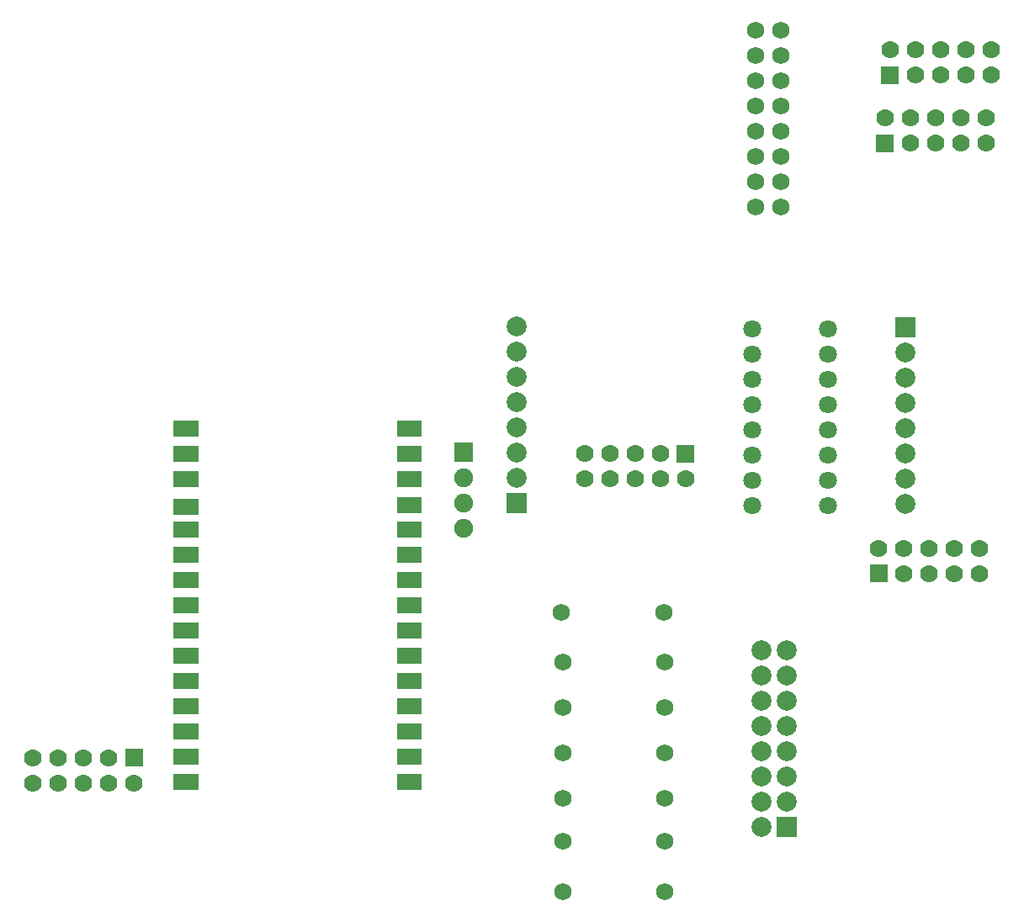
<source format=gbs>
G04 Layer: BottomSolderMaskLayer*
G04 EasyEDA v6.4.17, 2021-03-04T16:16:43+05:30*
G04 deca96cb4bbb4a47937ce8430cf14737,2bb57043524a4b129a37d6aa7432c0d1,10*
G04 Gerber Generator version 0.2*
G04 Scale: 100 percent, Rotated: No, Reflected: No *
G04 Dimensions in millimeters *
G04 leading zeros omitted , absolute positions ,4 integer and 5 decimal *
%FSLAX45Y45*%
%MOMM*%

%ADD26C,1.9032*%
%ADD27C,1.7272*%
%ADD28C,2.0032*%
%ADD30C,1.7780*%
%ADD32C,1.8032*%

%LPD*%
G36*
X-1162050Y933450D02*
G01*
X-1162050Y1123950D01*
X-971550Y1123950D01*
X-971550Y933450D01*
G37*
D26*
G01*
X-1066800Y774700D03*
G01*
X-1066800Y520700D03*
G01*
X-1066800Y266700D03*
G36*
X-1737360Y1189989D02*
G01*
X-1737360Y1350010D01*
X-1488439Y1350010D01*
X-1488439Y1189989D01*
G37*
G36*
X-1737360Y935989D02*
G01*
X-1737360Y1096010D01*
X-1488439Y1096010D01*
X-1488439Y935989D01*
G37*
G36*
X-1737360Y681989D02*
G01*
X-1737360Y842010D01*
X-1488439Y842010D01*
X-1488439Y681989D01*
G37*
G36*
X-1737360Y415289D02*
G01*
X-1737360Y575310D01*
X-1488439Y575310D01*
X-1488439Y415289D01*
G37*
G36*
X-1737360Y173989D02*
G01*
X-1737360Y334010D01*
X-1488439Y334010D01*
X-1488439Y173989D01*
G37*
G36*
X-1737360Y-80010D02*
G01*
X-1737360Y80010D01*
X-1488439Y80010D01*
X-1488439Y-80010D01*
G37*
G36*
X-1737360Y-334010D02*
G01*
X-1737360Y-173989D01*
X-1488439Y-173989D01*
X-1488439Y-334010D01*
G37*
G36*
X-1737360Y-588010D02*
G01*
X-1737360Y-427989D01*
X-1488439Y-427989D01*
X-1488439Y-588010D01*
G37*
G36*
X-1737360Y-842010D02*
G01*
X-1737360Y-681989D01*
X-1488439Y-681989D01*
X-1488439Y-842010D01*
G37*
G36*
X-1737360Y-1096010D02*
G01*
X-1737360Y-935989D01*
X-1488439Y-935989D01*
X-1488439Y-1096010D01*
G37*
G36*
X-1737360Y-1350010D02*
G01*
X-1737360Y-1189989D01*
X-1488439Y-1189989D01*
X-1488439Y-1350010D01*
G37*
G36*
X-1737360Y-1604010D02*
G01*
X-1737360Y-1443989D01*
X-1488439Y-1443989D01*
X-1488439Y-1604010D01*
G37*
G36*
X-1737360Y-1858010D02*
G01*
X-1737360Y-1697989D01*
X-1488439Y-1697989D01*
X-1488439Y-1858010D01*
G37*
G36*
X-1737360Y-2112010D02*
G01*
X-1737360Y-1951989D01*
X-1488439Y-1951989D01*
X-1488439Y-2112010D01*
G37*
G36*
X-1737360Y-2366010D02*
G01*
X-1737360Y-2205989D01*
X-1488439Y-2205989D01*
X-1488439Y-2366010D01*
G37*
G36*
X-3985260Y-2366010D02*
G01*
X-3985260Y-2205989D01*
X-3736339Y-2205989D01*
X-3736339Y-2366010D01*
G37*
G36*
X-3985260Y-2112010D02*
G01*
X-3985260Y-1951989D01*
X-3736339Y-1951989D01*
X-3736339Y-2112010D01*
G37*
G36*
X-3985260Y-1858010D02*
G01*
X-3985260Y-1697989D01*
X-3736339Y-1697989D01*
X-3736339Y-1858010D01*
G37*
G36*
X-3985260Y-1604010D02*
G01*
X-3985260Y-1443989D01*
X-3736339Y-1443989D01*
X-3736339Y-1604010D01*
G37*
G36*
X-3985260Y-1350010D02*
G01*
X-3985260Y-1189989D01*
X-3736339Y-1189989D01*
X-3736339Y-1350010D01*
G37*
G36*
X-3985260Y-1096010D02*
G01*
X-3985260Y-935989D01*
X-3736339Y-935989D01*
X-3736339Y-1096010D01*
G37*
G36*
X-3985260Y-842010D02*
G01*
X-3985260Y-681989D01*
X-3736339Y-681989D01*
X-3736339Y-842010D01*
G37*
G36*
X-3985260Y-588010D02*
G01*
X-3985260Y-427989D01*
X-3736339Y-427989D01*
X-3736339Y-588010D01*
G37*
G36*
X-3985260Y-334010D02*
G01*
X-3985260Y-173989D01*
X-3736339Y-173989D01*
X-3736339Y-334010D01*
G37*
G36*
X-3985260Y-80010D02*
G01*
X-3985260Y80010D01*
X-3736339Y80010D01*
X-3736339Y-80010D01*
G37*
G36*
X-3985260Y173989D02*
G01*
X-3985260Y334010D01*
X-3736339Y334010D01*
X-3736339Y173989D01*
G37*
G36*
X-3985260Y402589D02*
G01*
X-3985260Y562610D01*
X-3736339Y562610D01*
X-3736339Y402589D01*
G37*
G36*
X-3985260Y681989D02*
G01*
X-3985260Y842010D01*
X-3736339Y842010D01*
X-3736339Y681989D01*
G37*
G36*
X-3985260Y935989D02*
G01*
X-3985260Y1096010D01*
X-3736339Y1096010D01*
X-3736339Y935989D01*
G37*
G36*
X-3985260Y1189989D02*
G01*
X-3985260Y1350010D01*
X-3736339Y1350010D01*
X-3736339Y1189989D01*
G37*
D27*
G01*
X-83210Y-584200D03*
G01*
X946810Y-584200D03*
G01*
X-70510Y-1079500D03*
G01*
X959510Y-1079500D03*
G01*
X-70510Y-1536700D03*
G01*
X959510Y-1536700D03*
G01*
X-70510Y-1993900D03*
G01*
X959510Y-1993900D03*
G01*
X-70510Y-2451100D03*
G01*
X959510Y-2451100D03*
G01*
X-70510Y-2882900D03*
G01*
X959510Y-2882900D03*
G01*
X-70510Y-3390900D03*
G01*
X959510Y-3390900D03*
D28*
G01*
X1930400Y-965200D03*
G01*
X2184400Y-965200D03*
G01*
X1930400Y-1219200D03*
G01*
X2184400Y-1219200D03*
G01*
X1930400Y-1473200D03*
G01*
X2184400Y-1473200D03*
G01*
X1930400Y-1727200D03*
G01*
X2184400Y-1727200D03*
G01*
X1930400Y-1981200D03*
G01*
X2184400Y-1981200D03*
G01*
X1930400Y-2235200D03*
G01*
X2184400Y-2235200D03*
G01*
X1930400Y-2489200D03*
G01*
X2184400Y-2489200D03*
G01*
X1930400Y-2743200D03*
G36*
X2084324Y-2843276D02*
G01*
X2084324Y-2643123D01*
X2284475Y-2643123D01*
X2284475Y-2843276D01*
G37*
D27*
G01*
X2129281Y3499612D03*
G01*
X2129281Y3753612D03*
G01*
X2129281Y4007612D03*
G01*
X2129281Y4261612D03*
G01*
X2129281Y4515612D03*
G01*
X2129281Y4769612D03*
G01*
X2129281Y5022850D03*
G01*
X2129281Y5276850D03*
G01*
X1875281Y3499612D03*
G01*
X1875281Y3753612D03*
G01*
X1875281Y4007612D03*
G01*
X1875281Y4261612D03*
G01*
X1875281Y4515612D03*
G01*
X1875281Y4769612D03*
G01*
X1875281Y5022850D03*
G01*
X1875281Y5276850D03*
D30*
G01*
X4191000Y4394200D03*
G01*
X4191000Y4140200D03*
G01*
X3937000Y4394200D03*
G01*
X3937000Y4140200D03*
G01*
X3683000Y4394200D03*
G01*
X3683000Y4140200D03*
G01*
X3429000Y4394200D03*
G01*
X3429000Y4140200D03*
G01*
X3175000Y4394200D03*
G36*
X3086100Y4051300D02*
G01*
X3086100Y4229100D01*
X3263900Y4229100D01*
X3263900Y4051300D01*
G37*
G01*
X4241800Y5080000D03*
G01*
X4241800Y4826000D03*
G01*
X3987800Y5080000D03*
G01*
X3987800Y4826000D03*
G01*
X3733800Y5080000D03*
G01*
X3733800Y4826000D03*
G01*
X3479800Y5080000D03*
G01*
X3479800Y4826000D03*
G01*
X3225800Y5080000D03*
G36*
X3136900Y4737100D02*
G01*
X3136900Y4914900D01*
X3314700Y4914900D01*
X3314700Y4737100D01*
G37*
G01*
X-5397500Y-2298700D03*
G01*
X-5397500Y-2044700D03*
G01*
X-5143500Y-2298700D03*
G01*
X-5143500Y-2044700D03*
G01*
X-4889500Y-2298700D03*
G01*
X-4889500Y-2044700D03*
G01*
X-4635500Y-2298700D03*
G01*
X-4635500Y-2044700D03*
G01*
X-4381500Y-2298700D03*
G36*
X-4470400Y-2133600D02*
G01*
X-4470400Y-1955800D01*
X-4292600Y-1955800D01*
X-4292600Y-2133600D01*
G37*
G01*
X152400Y762000D03*
G01*
X152400Y1016000D03*
G01*
X406400Y762000D03*
G01*
X406400Y1016000D03*
G01*
X660400Y762000D03*
G01*
X660400Y1016000D03*
G01*
X914400Y762000D03*
G01*
X914400Y1016000D03*
G01*
X1168400Y762000D03*
G36*
X1079500Y927100D02*
G01*
X1079500Y1104900D01*
X1257300Y1104900D01*
X1257300Y927100D01*
G37*
G01*
X4127500Y63500D03*
G01*
X4127500Y-190500D03*
G01*
X3873500Y63500D03*
G01*
X3873500Y-190500D03*
G01*
X3619500Y63500D03*
G01*
X3619500Y-190500D03*
G01*
X3365500Y63500D03*
G01*
X3365500Y-190500D03*
G01*
X3111500Y63500D03*
G36*
X3022600Y-279400D02*
G01*
X3022600Y-101600D01*
X3200400Y-101600D01*
X3200400Y-279400D01*
G37*
G36*
X-633476Y420623D02*
G01*
X-633476Y620776D01*
X-433323Y620776D01*
X-433323Y420623D01*
G37*
D28*
G01*
X-533400Y774700D03*
G01*
X-533400Y1028700D03*
G01*
X-533400Y1282700D03*
G01*
X-533400Y1536700D03*
G01*
X-533400Y1790700D03*
G01*
X-533400Y2044700D03*
G01*
X-533400Y2298700D03*
G36*
X3278124Y2185923D02*
G01*
X3278124Y2386076D01*
X3478275Y2386076D01*
X3478275Y2185923D01*
G37*
G01*
X3378200Y2032000D03*
G01*
X3378200Y1778000D03*
G01*
X3378200Y1524000D03*
G01*
X3378200Y1270000D03*
G01*
X3378200Y1016000D03*
G01*
X3378200Y762000D03*
G01*
X3378200Y508000D03*
D32*
G01*
X2603500Y495300D03*
G01*
X2603500Y749300D03*
G01*
X2603500Y1003300D03*
G01*
X2603500Y1257300D03*
G01*
X2603500Y1511300D03*
G01*
X2603500Y1765300D03*
G01*
X2603500Y2019300D03*
G01*
X2603500Y2273300D03*
G01*
X1841500Y2273300D03*
G01*
X1841500Y2019300D03*
G01*
X1841500Y1765300D03*
G01*
X1841500Y1511300D03*
G01*
X1841500Y1257300D03*
G01*
X1841500Y1003300D03*
G01*
X1841500Y749300D03*
G01*
X1841500Y495300D03*
M02*

</source>
